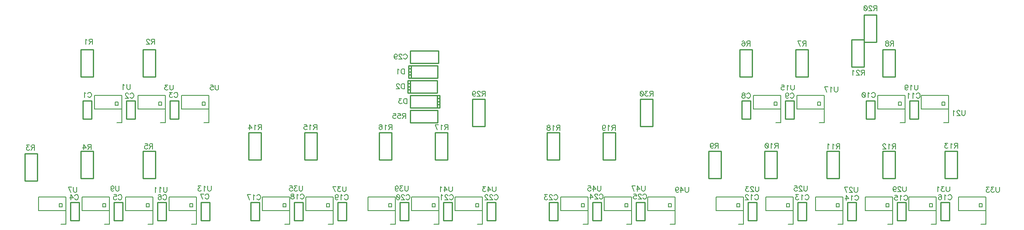
<source format=gbo>
G04*
G04  File:            NCORDA11.GBO, Tue Mar 30 20:23:34 2021*
G04  Source:          P-CAD 2002 PCB, Version 17.01.22, (C:\Users\David Forbes\Documents\Designs\Nixie\CorvairDash\NCORDA11.PCB)*
G04  Format:          Gerber Format (RS-274-D), ASCII*
G04*
G04  Format Options:  Absolute Positioning*
G04                   Leading-Zero Suppression*
G04                   Scale Factor 1:1*
G04                   NO Circular Interpolation*
G04                   Inch Units*
G04                   Numeric Format: 4.4 (XXXX.XXXX)*
G04                   G54 Used for Aperture Change*
G04                   Apertures Embedded*
G04*
G04  File Options:    Offset = (0.0mil,0.0mil)*
G04                   Drill Symbol Size = 80.0mil*
G04                   No Pad/Via Holes*
G04*
G04  File Contents:   No Pads*
G04                   No Vias*
G04                   Designators*
G04                   No Types*
G04                   Values*
G04                   No Drill Symbols*
G04                   Bot Silk*
G04*
%INNCORDA11.GBO*%
%ICAS*%
%MOIN*%
G04*
G04  Aperture MACROs for general use --- invoked via D-code assignment *
G04*
G04  General MACRO for flashed round with rotation and/or offset hole *
%AMROTOFFROUND*
1,1,$1,0.0000,0.0000*
1,0,$2,$3,$4*%
G04*
G04  General MACRO for flashed oval (obround) with rotation and/or offset hole *
%AMROTOFFOVAL*
21,1,$1,$2,0.0000,0.0000,$3*
1,1,$4,$5,$6*
1,1,$4,0-$5,0-$6*
1,0,$7,$8,$9*%
G04*
G04  General MACRO for flashed oval (obround) with rotation and no hole *
%AMROTOVALNOHOLE*
21,1,$1,$2,0.0000,0.0000,$3*
1,1,$4,$5,$6*
1,1,$4,0-$5,0-$6*%
G04*
G04  General MACRO for flashed rectangle with rotation and/or offset hole *
%AMROTOFFRECT*
21,1,$1,$2,0.0000,0.0000,$3*
1,0,$4,$5,$6*%
G04*
G04  General MACRO for flashed rectangle with rotation and no hole *
%AMROTRECTNOHOLE*
21,1,$1,$2,0.0000,0.0000,$3*%
G04*
G04  General MACRO for flashed rounded-rectangle *
%AMROUNDRECT*
21,1,$1,$2-$4,0.0000,0.0000,$3*
21,1,$1-$4,$2,0.0000,0.0000,$3*
1,1,$4,$5,$6*
1,1,$4,$7,$8*
1,1,$4,0-$5,0-$6*
1,1,$4,0-$7,0-$8*
1,0,$9,$10,$11*%
G04*
G04  General MACRO for flashed rounded-rectangle with rotation and no hole *
%AMROUNDRECTNOHOLE*
21,1,$1,$2-$4,0.0000,0.0000,$3*
21,1,$1-$4,$2,0.0000,0.0000,$3*
1,1,$4,$5,$6*
1,1,$4,$7,$8*
1,1,$4,0-$5,0-$6*
1,1,$4,0-$7,0-$8*%
G04*
G04  General MACRO for flashed regular polygon *
%AMREGPOLY*
5,1,$1,0.0000,0.0000,$2,$3+$4*
1,0,$5,$6,$7*%
G04*
G04  General MACRO for flashed regular polygon with no hole *
%AMREGPOLYNOHOLE*
5,1,$1,0.0000,0.0000,$2,$3+$4*%
G04*
G04  General MACRO for target *
%AMTARGET*
6,0,0,$1,$2,$3,4,$4,$5,$6*%
G04*
G04  General MACRO for mounting hole *
%AMMTHOLE*
1,1,$1,0,0*
1,0,$2,0,0*
$1=$1-$2*
$1=$1/2*
21,1,$2+$1,$3,0,0,$4*
21,1,$3,$2+$1,0,0,$4*%
G04*
G04*
G04  D10 : "Ellipse X10.0mil Y10.0mil H0.0mil 0.0deg (0.0mil,0.0mil) Draw"*
G04  Disc: OuterDia=0.0100*
%ADD10C, 0.0100*%
G04  D11 : "Ellipse X15.0mil Y15.0mil H0.0mil 0.0deg (0.0mil,0.0mil) Draw"*
G04  Disc: OuterDia=0.0150*
%ADD11C, 0.0150*%
G04  D12 : "Ellipse X20.0mil Y20.0mil H0.0mil 0.0deg (0.0mil,0.0mil) Draw"*
G04  Disc: OuterDia=0.0200*
%ADD12C, 0.0200*%
G04  D13 : "Ellipse X50.0mil Y50.0mil H0.0mil 0.0deg (0.0mil,0.0mil) Draw"*
G04  Disc: OuterDia=0.0500*
%ADD13C, 0.0500*%
G04  D14 : "Ellipse X6.0mil Y6.0mil H0.0mil 0.0deg (0.0mil,0.0mil) Draw"*
G04  Disc: OuterDia=0.0060*
%ADD14C, 0.0060*%
G04  D15 : "Ellipse X8.0mil Y8.0mil H0.0mil 0.0deg (0.0mil,0.0mil) Draw"*
G04  Disc: OuterDia=0.0080*
%ADD15C, 0.0080*%
G04  D16 : "Ellipse X250.0mil Y250.0mil H0.0mil 0.0deg (0.0mil,0.0mil) Flash"*
G04  Disc: OuterDia=0.2500*
%ADD16C, 0.2500*%
G04  D17 : "Ellipse X255.0mil Y255.0mil H0.0mil 0.0deg (0.0mil,0.0mil) Flash"*
G04  Disc: OuterDia=0.2550*
%ADD17C, 0.2550*%
G04  D18 : "Ellipse X50.0mil Y50.0mil H0.0mil 0.0deg (0.0mil,0.0mil) Flash"*
G04  Disc: OuterDia=0.0500*
%ADD18C, 0.0500*%
G04  D19 : "Ellipse X55.0mil Y55.0mil H0.0mil 0.0deg (0.0mil,0.0mil) Flash"*
G04  Disc: OuterDia=0.0550*
%ADD19C, 0.0550*%
G04  D20 : "Ellipse X60.0mil Y60.0mil H0.0mil 0.0deg (0.0mil,0.0mil) Flash"*
G04  Disc: OuterDia=0.0600*
%ADD20C, 0.0600*%
G04  D21 : "Ellipse X65.0mil Y65.0mil H0.0mil 0.0deg (0.0mil,0.0mil) Flash"*
G04  Disc: OuterDia=0.0650*
%ADD21C, 0.0650*%
G04  D22 : "Ellipse X70.0mil Y70.0mil H0.0mil 0.0deg (0.0mil,0.0mil) Flash"*
G04  Disc: OuterDia=0.0700*
%ADD22C, 0.0700*%
G04  D23 : "Ellipse X75.0mil Y75.0mil H0.0mil 0.0deg (0.0mil,0.0mil) Flash"*
G04  Disc: OuterDia=0.0750*
%ADD23C, 0.0750*%
G04  D24 : "Rectangle X0.1mil Y0.1mil H0.0mil 0.0deg (0.0mil,0.0mil) Flash"*
G04  Square: Side=0.0001, Rotation=0.0, OffsetX=0.0000, OffsetY=0.0000, HoleDia=0.0000*
%ADD24R, 0.0001 X0.0001*%
G04  D25 : "Rectangle X40.0mil Y40.0mil H0.0mil 0.0deg (0.0mil,0.0mil) Flash"*
G04  Square: Side=0.0400, Rotation=0.0, OffsetX=0.0000, OffsetY=0.0000, HoleDia=0.0000*
%ADD25R, 0.0400 X0.0400*%
G04  D26 : "Rectangle X45.0mil Y45.0mil H0.0mil 0.0deg (0.0mil,0.0mil) Flash"*
G04  Square: Side=0.0450, Rotation=0.0, OffsetX=0.0000, OffsetY=0.0000, HoleDia=0.0000*
%ADD26R, 0.0450 X0.0450*%
G04  D27 : "Rectangle X5.1mil Y5.1mil H0.0mil 0.0deg (0.0mil,0.0mil) Flash"*
G04  Square: Side=0.0051, Rotation=0.0, OffsetX=0.0000, OffsetY=0.0000, HoleDia=0.0000*
%ADD27R, 0.0051 X0.0051*%
G04  D28 : "Rectangle X50.0mil Y50.0mil H0.0mil 0.0deg (0.0mil,0.0mil) Flash"*
G04  Square: Side=0.0500, Rotation=0.0, OffsetX=0.0000, OffsetY=0.0000, HoleDia=0.0000*
%ADD28R, 0.0500 X0.0500*%
G04  D29 : "Rectangle X55.0mil Y55.0mil H0.0mil 0.0deg (0.0mil,0.0mil) Flash"*
G04  Square: Side=0.0550, Rotation=0.0, OffsetX=0.0000, OffsetY=0.0000, HoleDia=0.0000*
%ADD29R, 0.0550 X0.0550*%
G04  D30 : "Rectangle X60.0mil Y60.0mil H0.0mil 0.0deg (0.0mil,0.0mil) Flash"*
G04  Square: Side=0.0600, Rotation=0.0, OffsetX=0.0000, OffsetY=0.0000, HoleDia=0.0000*
%ADD30R, 0.0600 X0.0600*%
G04  D31 : "Rectangle X64.0mil Y64.0mil H0.0mil 0.0deg (0.0mil,0.0mil) Flash"*
G04  Square: Side=0.0640, Rotation=0.0, OffsetX=0.0000, OffsetY=0.0000, HoleDia=0.0000*
%ADD31R, 0.0640 X0.0640*%
G04  D32 : "Rectangle X65.0mil Y65.0mil H0.0mil 0.0deg (0.0mil,0.0mil) Flash"*
G04  Square: Side=0.0650, Rotation=0.0, OffsetX=0.0000, OffsetY=0.0000, HoleDia=0.0000*
%ADD32R, 0.0650 X0.0650*%
G04  D33 : "Rectangle X14.0mil Y66.0mil H0.0mil 0.0deg (0.0mil,0.0mil) Flash"*
G04  Rectangular: DimX=0.0140, DimY=0.0660, Rotation=0.0, OffsetX=0.0000, OffsetY=0.0000, HoleDia=0.0000 *
%ADD33R, 0.0140 X0.0660*%
G04  D34 : "Rectangle X69.0mil Y69.0mil H0.0mil 0.0deg (0.0mil,0.0mil) Flash"*
G04  Square: Side=0.0690, Rotation=0.0, OffsetX=0.0000, OffsetY=0.0000, HoleDia=0.0000*
%ADD34R, 0.0690 X0.0690*%
G04  D35 : "Rectangle X19.0mil Y71.0mil H0.0mil 0.0deg (0.0mil,0.0mil) Flash"*
G04  Rectangular: DimX=0.0190, DimY=0.0710, Rotation=0.0, OffsetX=0.0000, OffsetY=0.0000, HoleDia=0.0000 *
%ADD35R, 0.0190 X0.0710*%
G04  D36 : "Rectangle X80.0mil Y26.0mil H0.0mil 0.0deg (0.0mil,0.0mil) Flash"*
G04  Rectangular: DimX=0.0800, DimY=0.0260, Rotation=0.0, OffsetX=0.0000, OffsetY=0.0000, HoleDia=0.0000 *
%ADD36R, 0.0800 X0.0260*%
G04  D37 : "Rectangle X85.0mil Y31.0mil H0.0mil 0.0deg (0.0mil,0.0mil) Flash"*
G04  Rectangular: DimX=0.0850, DimY=0.0310, Rotation=0.0, OffsetX=0.0000, OffsetY=0.0000, HoleDia=0.0000 *
%ADD37R, 0.0850 X0.0310*%
G04  D38 : "Ellipse X30.0mil Y30.0mil H0.0mil 0.0deg (0.0mil,0.0mil) Flash"*
G04  Disc: OuterDia=0.0300*
%ADD38C, 0.0300*%
G04  D39 : "Ellipse X35.0mil Y35.0mil H0.0mil 0.0deg (0.0mil,0.0mil) Flash"*
G04  Disc: OuterDia=0.0350*
%ADD39C, 0.0350*%
G04*
%FSLAX44Y44*%
%SFA1B1*%
%OFA0.0000B0.0000*%
G04*
G70*
G90*
G01*
D2*
%LNBot Silk*%
G54D10*
X21150Y43850*
X21850D1*
X21150Y42400D2*
X21850D1*
Y43850D2*
Y42400D1*
X21150D2*
Y43850D1*
D2*
G54D14*
G54D10*
G54D14*
X21498Y44380*
X21517Y44419D1*
X21556Y44458*
X21595Y44478*
X21674*
X21713Y44458*
X21752Y44419*
X21771Y44380*
X21791Y44321*
Y44224*
X21771Y44165*
X21752Y44126*
X21713Y44087*
X21674Y44067*
X21595*
X21556Y44087*
X21517Y44126*
X21498Y44165*
X21146Y44478D2*
X21341D1*
X21361Y44302*
X21341Y44321*
X21283Y44341*
X21224*
X21166Y44321*
X21127Y44282*
X21107Y44224*
Y44184*
X21127Y44126*
X21166Y44087*
X21224Y44067*
X21283*
X21341Y44087*
X21361Y44106*
X21381Y44145*
D2*
G54D10*
X24650Y43850*
X25350D1*
X24650Y42400D2*
X25350D1*
Y43850D2*
Y42400D1*
X24650D2*
Y43850D1*
D2*
G54D14*
G54D10*
G54D14*
X25098Y44380*
X25117Y44419D1*
X25156Y44458*
X25195Y44478*
X25274*
X25313Y44458*
X25352Y44419*
X25371Y44380*
X25391Y44321*
Y44224*
X25371Y44165*
X25352Y44126*
X25313Y44087*
X25274Y44067*
X25195*
X25156Y44087*
X25117Y44126*
X25098Y44165*
X24727Y44419D2*
X24746Y44458D1*
X24805Y44478*
X24844*
X24902Y44458*
X24941Y44399*
X24961Y44302*
Y44204*
X24941Y44126*
X24902Y44087*
X24844Y44067*
X24824*
X24766Y44087*
X24727Y44126*
X24707Y44184*
Y44204*
X24727Y44263*
X24766Y44302*
X24824Y44321*
X24844*
X24902Y44302*
X24941Y44263*
X24961Y44204*
D2*
G54D10*
X28150Y43850*
X28850D1*
X28150Y42400D2*
X28850D1*
Y43850D2*
Y42400D1*
X28150D2*
Y43850D1*
D2*
G54D14*
G54D10*
G54D14*
X28498Y44430*
X28517Y44469D1*
X28556Y44508*
X28595Y44528*
X28674*
X28713Y44508*
X28752Y44469*
X28771Y44430*
X28791Y44371*
Y44274*
X28771Y44215*
X28752Y44176*
X28713Y44137*
X28674Y44117*
X28595*
X28556Y44137*
X28517Y44176*
X28498Y44215*
X28302Y44117D2*
X28107Y44528D1*
X28381*
D2*
G54D10*
X76150Y43850*
X76850D1*
X76150Y42400D2*
X76850D1*
Y43850D2*
Y42400D1*
X76150D2*
Y43850D1*
D2*
G54D14*
G54D10*
G54D14*
X76751Y44376*
X76770Y44415D1*
X76809Y44454*
X76848Y44473*
X76925*
X76964Y44454*
X77003Y44415*
X77022Y44376*
X77041Y44318*
Y44221*
X77022Y44163*
X77003Y44124*
X76964Y44085*
X76925Y44066*
X76848*
X76809Y44085*
X76770Y44124*
X76751Y44163*
X76576Y44396D2*
X76537Y44415D1*
X76479Y44473*
Y44066*
X76208Y44473D2*
X75995D1*
X76111Y44318*
X76053*
X76014Y44299*
X75995Y44279*
X75975Y44221*
Y44182*
X75995Y44124*
X76034Y44085*
X76092Y44066*
X76150*
X76208Y44085*
X76227Y44105*
X76247Y44144*
D2*
G54D10*
X87650Y43850*
X88350D1*
X87650Y42400D2*
X88350D1*
Y43850D2*
Y42400D1*
X87650D2*
Y43850D1*
D2*
G54D14*
G54D10*
G54D14*
X88251Y44376*
X88270Y44415D1*
X88309Y44454*
X88348Y44473*
X88425*
X88464Y44454*
X88503Y44415*
X88522Y44376*
X88541Y44318*
Y44221*
X88522Y44163*
X88503Y44124*
X88464Y44085*
X88425Y44066*
X88348*
X88309Y44085*
X88270Y44124*
X88251Y44163*
X88076Y44396D2*
X88037Y44415D1*
X87979Y44473*
Y44066*
X87495Y44415D2*
X87514Y44454D1*
X87572Y44473*
X87611*
X87669Y44454*
X87708Y44396*
X87727Y44299*
Y44202*
X87708Y44124*
X87669Y44085*
X87611Y44066*
X87592*
X87534Y44085*
X87495Y44124*
X87475Y44182*
Y44202*
X87495Y44260*
X87534Y44299*
X87592Y44318*
X87611*
X87669Y44299*
X87708Y44260*
X87727Y44202*
D2*
G54D10*
X19500Y48000*
Y45800D1*
X18500D2*
Y48000D1*
X19500*
Y45800D2*
X18500D1*
D2*
G54D14*
X19321Y48332*
X19145D1*
X19087Y48352*
X19067Y48371*
X19048Y48410*
Y48449*
X19067Y48488*
X19087Y48508*
X19145Y48528*
X19321*
Y48117*
X19185Y48332D2*
X19048Y48117D1*
X18735D2*
Y48528D1*
X18931Y48254*
X18637*
D2*
G54D10*
X18650Y52050*
X19350D1*
X18650Y50600D2*
X19350D1*
Y52050D2*
Y50600D1*
X18650D2*
Y52050D1*
D2*
G54D14*
G54D10*
G54D14*
X19048Y52630*
X19067Y52669D1*
X19106Y52708*
X19145Y52728*
X19224*
X19263Y52708*
X19302Y52669*
X19321Y52630*
X19341Y52571*
Y52474*
X19321Y52415*
X19302Y52376*
X19263Y52337*
X19224Y52317*
X19145*
X19106Y52337*
X19067Y52376*
X19048Y52415*
X18872Y52649D2*
X18833Y52669D1*
X18774Y52728*
Y52317*
D2*
G54D10*
X18500Y54000*
Y56200D1*
X19500D2*
Y54000D1*
X18500*
Y56200D2*
X19500D1*
D2*
G54D14*
X19421Y56832*
X19245D1*
X19187Y56852*
X19167Y56871*
X19148Y56910*
Y56949*
X19167Y56988*
X19187Y57008*
X19245Y57028*
X19421*
Y56617*
X19285Y56832D2*
X19148Y56617D1*
X18972Y56949D2*
X18933Y56969D1*
X18874Y57028*
Y56617*
D2*
G54D10*
X22150Y52050*
X22850D1*
X22150Y50600D2*
X22850D1*
Y52050D2*
Y50600D1*
X22150D2*
Y52050D1*
D2*
G54D14*
G54D10*
G54D14*
X22448Y52580*
X22467Y52619D1*
X22506Y52658*
X22545Y52678*
X22624*
X22663Y52658*
X22702Y52619*
X22721Y52580*
X22741Y52521*
Y52424*
X22721Y52365*
X22702Y52326*
X22663Y52287*
X22624Y52267*
X22545*
X22506Y52287*
X22467Y52326*
X22448Y52365*
X22311Y52580D2*
Y52599D1*
X22291Y52638*
X22272Y52658*
X22233Y52678*
X22155*
X22116Y52658*
X22096Y52638*
X22077Y52599*
Y52560*
X22096Y52521*
X22135Y52463*
X22331Y52267*
X22057*
D2*
G54D10*
X25650Y52050*
X26350D1*
X25650Y50600D2*
X26350D1*
Y52050D2*
Y50600D1*
X25650D2*
Y52050D1*
D2*
G54D14*
G54D10*
G54D14*
X25998Y52630*
X26017Y52669D1*
X26056Y52708*
X26095Y52728*
X26174*
X26213Y52708*
X26252Y52669*
X26271Y52630*
X26291Y52571*
Y52474*
X26271Y52415*
X26252Y52376*
X26213Y52337*
X26174Y52317*
X26095*
X26056Y52337*
X26017Y52376*
X25998Y52415*
X25841Y52728D2*
X25627D1*
X25744Y52571*
X25685*
X25646Y52552*
X25627Y52532*
X25607Y52474*
Y52434*
X25627Y52376*
X25666Y52337*
X25724Y52317*
X25783*
X25841Y52337*
X25861Y52356*
X25881Y52395*
D2*
G54D10*
X63500Y50000*
Y52200D1*
X64500D2*
Y50000D1*
X63500*
Y52200D2*
X64500D1*
D2*
G54D14*
X64522Y52629*
X64348D1*
X64289Y52649*
X64270Y52668*
X64251Y52707*
Y52746*
X64270Y52784*
X64289Y52804*
X64348Y52823*
X64522*
Y52416*
X64386Y52629D2*
X64251Y52416D1*
X64096Y52823D2*
X63882D1*
X63999Y52668*
X63941*
X63902Y52649*
X63882Y52629*
X63863Y52571*
Y52532*
X63882Y52474*
X63921Y52435*
X63979Y52416*
X64037*
X64096Y52435*
X64115Y52455*
X64134Y52494*
X63630Y52823D2*
X63689Y52804D1*
X63727Y52746*
X63747Y52649*
Y52591*
X63727Y52494*
X63689Y52435*
X63630Y52416*
X63592*
X63534Y52435*
X63495Y52494*
X63475Y52591*
Y52649*
X63495Y52746*
X63534Y52804*
X63592Y52823*
X63630*
X63495Y52746D2*
X63727Y52494D1*
D2*
G54D10*
X74500Y48000*
Y45800D1*
X73500D2*
Y48000D1*
X74500*
Y45800D2*
X73500D1*
D2*
G54D14*
X74572Y48429*
X74398D1*
X74339Y48449*
X74320Y48468*
X74301Y48507*
Y48546*
X74320Y48584*
X74339Y48604*
X74398Y48623*
X74572*
Y48216*
X74436Y48429D2*
X74301Y48216D1*
X74126Y48546D2*
X74087Y48565D1*
X74029Y48623*
Y48216*
X73680Y48623D2*
X73739Y48604D1*
X73777Y48546*
X73797Y48449*
Y48391*
X73777Y48294*
X73739Y48235*
X73680Y48216*
X73642*
X73584Y48235*
X73545Y48294*
X73525Y48391*
Y48449*
X73545Y48546*
X73584Y48604*
X73642Y48623*
X73680*
X73545Y48546D2*
X73777Y48294D1*
D2*
G54D10*
X76000Y54000*
Y56200D1*
X77000D2*
Y54000D1*
X76000*
Y56200D2*
X77000D1*
D2*
G54D14*
X76821Y56682*
X76645D1*
X76587Y56702*
X76567Y56721*
X76548Y56760*
Y56799*
X76567Y56838*
X76587Y56858*
X76645Y56878*
X76821*
Y56467*
X76685Y56682D2*
X76548Y56467D1*
X76352D2*
X76157Y56878D1*
X76431*
D2*
G54D10*
X75150Y52050*
X75850D1*
X75150Y50600D2*
X75850D1*
Y52050D2*
Y50600D1*
X75150D2*
Y52050D1*
D2*
G54D14*
G54D10*
G54D14*
X75548Y52580*
X75567Y52619D1*
X75606Y52658*
X75645Y52678*
X75724*
X75763Y52658*
X75802Y52619*
X75821Y52580*
X75841Y52521*
Y52424*
X75821Y52365*
X75802Y52326*
X75763Y52287*
X75724Y52267*
X75645*
X75606Y52287*
X75567Y52326*
X75548Y52365*
X75177Y52541D2*
X75196Y52482D1*
X75235Y52443*
X75294Y52424*
X75313*
X75372Y52443*
X75411Y52482*
X75431Y52541*
Y52560*
X75411Y52619*
X75372Y52658*
X75313Y52678*
X75294*
X75235Y52658*
X75196Y52619*
X75177Y52541*
Y52443*
X75196Y52345*
X75235Y52287*
X75294Y52267*
X75333*
X75391Y52287*
X75411Y52326*
D2*
G54D10*
X79500Y48000*
Y45800D1*
X78500D2*
Y48000D1*
X79500*
Y45800D2*
X78500D1*
D2*
G54D14*
X79522Y48379*
X79348D1*
X79289Y48399*
X79270Y48418*
X79251Y48457*
Y48496*
X79270Y48534*
X79289Y48554*
X79348Y48573*
X79522*
Y48166*
X79386Y48379D2*
X79251Y48166D1*
X79076Y48496D2*
X79037Y48515D1*
X78979Y48573*
Y48166*
X78689Y48496D2*
X78650Y48515D1*
X78592Y48573*
Y48166*
D2*
G54D10*
X82500Y59000*
Y56800D1*
X81500D2*
Y59000D1*
X82500*
Y56800D2*
X81500D1*
D2*
G54D14*
X82522Y59529*
X82348D1*
X82289Y59549*
X82270Y59568*
X82251Y59607*
Y59646*
X82270Y59684*
X82289Y59704*
X82348Y59723*
X82522*
Y59316*
X82386Y59529D2*
X82251Y59316D1*
X82115Y59626D2*
Y59646D1*
X82096Y59684*
X82076Y59704*
X82037Y59723*
X81960*
X81921Y59704*
X81902Y59684*
X81882Y59646*
Y59607*
X81902Y59568*
X81941Y59510*
X82134Y59316*
X81863*
X81630Y59723D2*
X81689Y59704D1*
X81727Y59646*
X81747Y59549*
Y59491*
X81727Y59394*
X81689Y59335*
X81630Y59316*
X81592*
X81534Y59335*
X81495Y59394*
X81475Y59491*
Y59549*
X81495Y59646*
X81534Y59704*
X81592Y59723*
X81630*
X81495Y59646D2*
X81727Y59394D1*
D2*
G54D10*
X81650Y52050*
X82350D1*
X81650Y50600D2*
X82350D1*
Y52050D2*
Y50600D1*
X81650D2*
Y52050D1*
D2*
G54D14*
G54D10*
G54D14*
X82101Y52626*
X82120Y52665D1*
X82159Y52704*
X82198Y52723*
X82275*
X82314Y52704*
X82353Y52665*
X82372Y52626*
X82391Y52568*
Y52471*
X82372Y52413*
X82353Y52374*
X82314Y52335*
X82275Y52316*
X82198*
X82159Y52335*
X82120Y52374*
X82101Y52413*
X81926Y52646D2*
X81887Y52665D1*
X81829Y52723*
Y52316*
X81480Y52723D2*
X81539Y52704D1*
X81577Y52646*
X81597Y52549*
Y52491*
X81577Y52394*
X81539Y52335*
X81480Y52316*
X81442*
X81384Y52335*
X81345Y52394*
X81325Y52491*
Y52549*
X81345Y52646*
X81384Y52704*
X81442Y52723*
X81480*
X81345Y52646D2*
X81577Y52394D1*
D2*
G54D10*
X85150Y52050*
X85850D1*
X85150Y50600D2*
X85850D1*
Y52050D2*
Y50600D1*
X85150D2*
Y52050D1*
D2*
G54D14*
G54D10*
G54D14*
X85701Y52576*
X85720Y52615D1*
X85759Y52654*
X85798Y52673*
X85875*
X85914Y52654*
X85953Y52615*
X85972Y52576*
X85991Y52518*
Y52421*
X85972Y52363*
X85953Y52324*
X85914Y52285*
X85875Y52266*
X85798*
X85759Y52285*
X85720Y52324*
X85701Y52363*
X85526Y52596D2*
X85487Y52615D1*
X85429Y52673*
Y52266*
X85139Y52596D2*
X85100Y52615D1*
X85042Y52673*
Y52266*
D2*
G54D10*
X89000Y48000*
Y45800D1*
X88000D2*
Y48000D1*
X89000*
Y45800D2*
X88000D1*
D2*
G54D14*
X89022Y48429*
X88848D1*
X88789Y48449*
X88770Y48468*
X88751Y48507*
Y48546*
X88770Y48584*
X88789Y48604*
X88848Y48623*
X89022*
Y48216*
X88886Y48429D2*
X88751Y48216D1*
X88576Y48546D2*
X88537Y48565D1*
X88479Y48623*
Y48216*
X88208Y48623D2*
X87995D1*
X88111Y48468*
X88053*
X88014Y48449*
X87995Y48429*
X87975Y48371*
Y48332*
X87995Y48274*
X88034Y48235*
X88092Y48216*
X88150*
X88208Y48235*
X88227Y48255*
X88247Y48294*
D2*
G54D10*
X37500Y49500*
Y47300D1*
X36500D2*
Y49500D1*
X37500*
Y47300D2*
X36500D1*
D2*
G54D14*
X37472Y49929*
X37298D1*
X37239Y49949*
X37220Y49968*
X37201Y50007*
Y50046*
X37220Y50084*
X37239Y50104*
X37298Y50123*
X37472*
Y49716*
X37336Y49929D2*
X37201Y49716D1*
X37026Y50046D2*
X36987Y50065D1*
X36929Y50123*
Y49716*
X36464Y50123D2*
X36658D1*
X36677Y49949*
X36658Y49968*
X36600Y49987*
X36542*
X36484Y49968*
X36445Y49929*
X36425Y49871*
Y49832*
X36445Y49774*
X36484Y49735*
X36542Y49716*
X36600*
X36658Y49735*
X36677Y49755*
X36697Y49794*
D2*
G54D10*
X43500Y49500*
Y47300D1*
X42500D2*
Y49500D1*
X43500*
Y47300D2*
X42500D1*
D2*
G54D14*
X43522Y49929*
X43348D1*
X43289Y49949*
X43270Y49968*
X43251Y50007*
Y50046*
X43270Y50084*
X43289Y50104*
X43348Y50123*
X43522*
Y49716*
X43386Y49929D2*
X43251Y49716D1*
X43076Y50046D2*
X43037Y50065D1*
X42979Y50123*
Y49716*
X42495Y50065D2*
X42514Y50104D1*
X42572Y50123*
X42611*
X42669Y50104*
X42708Y50046*
X42727Y49949*
Y49852*
X42708Y49774*
X42669Y49735*
X42611Y49716*
X42592*
X42534Y49735*
X42495Y49774*
X42475Y49832*
Y49852*
X42495Y49910*
X42534Y49949*
X42592Y49968*
X42611*
X42669Y49949*
X42708Y49910*
X42727Y49852*
D2*
G54D10*
X61500Y49500*
Y47300D1*
X60500D2*
Y49500D1*
X61500*
Y47300D2*
X60500D1*
D2*
G54D14*
X61472Y49879*
X61298D1*
X61239Y49899*
X61220Y49918*
X61201Y49957*
Y49996*
X61220Y50034*
X61239Y50054*
X61298Y50073*
X61472*
Y49666*
X61336Y49879D2*
X61201Y49666D1*
X61026Y49996D2*
X60987Y50015D1*
X60929Y50073*
Y49666*
X60445Y49937D2*
X60464Y49879D1*
X60503Y49841*
X60561Y49821*
X60580*
X60639Y49841*
X60677Y49879*
X60697Y49937*
Y49957*
X60677Y50015*
X60639Y50054*
X60580Y50073*
X60561*
X60503Y50054*
X60464Y50015*
X60445Y49937*
Y49841*
X60464Y49744*
X60503Y49685*
X60561Y49666*
X60600*
X60658Y49685*
X60677Y49724*
D2*
G54D10*
X17650Y43850*
X18350D1*
X17650Y42400D2*
X18350D1*
Y43850D2*
Y42400D1*
X17650D2*
Y43850D1*
D2*
G54D14*
G54D10*
G54D14*
X17998Y44380*
X18017Y44419D1*
X18056Y44458*
X18095Y44478*
X18174*
X18213Y44458*
X18252Y44419*
X18271Y44380*
X18291Y44321*
Y44224*
X18271Y44165*
X18252Y44126*
X18213Y44087*
X18174Y44067*
X18095*
X18056Y44087*
X18017Y44126*
X17998Y44165*
X17685Y44067D2*
Y44478D1*
X17881Y44204*
X17587*
D2*
G54D10*
X32150Y43850*
X32850D1*
X32150Y42400D2*
X32850D1*
Y43850D2*
Y42400D1*
X32150D2*
Y43850D1*
D2*
G54D14*
G54D10*
G54D14*
X32651Y44376*
X32670Y44415D1*
X32709Y44454*
X32748Y44473*
X32825*
X32864Y44454*
X32903Y44415*
X32922Y44376*
X32941Y44318*
Y44221*
X32922Y44163*
X32903Y44124*
X32864Y44085*
X32825Y44066*
X32748*
X32709Y44085*
X32670Y44124*
X32651Y44163*
X32476Y44396D2*
X32437Y44415D1*
X32379Y44473*
Y44066*
X32069D2*
X31875Y44473D1*
X32147*
D2*
G54D10*
X35650Y43850*
X36350D1*
X35650Y42400D2*
X36350D1*
Y43850D2*
Y42400D1*
X35650D2*
Y43850D1*
D2*
G54D14*
G54D10*
G54D14*
X36151Y44426*
X36170Y44465D1*
X36209Y44504*
X36248Y44523*
X36325*
X36364Y44504*
X36403Y44465*
X36422Y44426*
X36441Y44368*
Y44271*
X36422Y44213*
X36403Y44174*
X36364Y44135*
X36325Y44116*
X36248*
X36209Y44135*
X36170Y44174*
X36151Y44213*
X35976Y44446D2*
X35937Y44465D1*
X35879Y44523*
Y44116*
X35550Y44523D2*
X35608Y44504D1*
X35627Y44465*
Y44426*
X35608Y44387*
X35569Y44368*
X35492Y44349*
X35434Y44329*
X35395Y44291*
X35375Y44252*
Y44194*
X35395Y44155*
X35414Y44135*
X35472Y44116*
X35550*
X35608Y44135*
X35627Y44155*
X35647Y44194*
Y44252*
X35627Y44291*
X35589Y44329*
X35530Y44349*
X35453Y44368*
X35414Y44387*
X35395Y44426*
Y44465*
X35414Y44504*
X35472Y44523*
X35550*
D2*
G54D10*
X39150Y43850*
X39850D1*
X39150Y42400D2*
X39850D1*
Y43850D2*
Y42400D1*
X39150D2*
Y43850D1*
D2*
G54D14*
G54D10*
G54D14*
X39701Y44376*
X39720Y44415D1*
X39759Y44454*
X39798Y44473*
X39875*
X39914Y44454*
X39953Y44415*
X39972Y44376*
X39991Y44318*
Y44221*
X39972Y44163*
X39953Y44124*
X39914Y44085*
X39875Y44066*
X39798*
X39759Y44085*
X39720Y44124*
X39701Y44163*
X39526Y44396D2*
X39487Y44415D1*
X39429Y44473*
Y44066*
X38945Y44337D2*
X38964Y44279D1*
X39003Y44241*
X39061Y44221*
X39080*
X39139Y44241*
X39177Y44279*
X39197Y44337*
Y44357*
X39177Y44415*
X39139Y44454*
X39080Y44473*
X39061*
X39003Y44454*
X38964Y44415*
X38945Y44337*
Y44241*
X38964Y44144*
X39003Y44085*
X39061Y44066*
X39100*
X39158Y44085*
X39177Y44124*
D2*
G54D10*
X44150Y43850*
X44850D1*
X44150Y42400D2*
X44850D1*
Y43850D2*
Y42400D1*
X44150D2*
Y43850D1*
D2*
G54D14*
G54D10*
G54D14*
X44651Y44376*
X44670Y44415D1*
X44709Y44454*
X44748Y44473*
X44825*
X44864Y44454*
X44903Y44415*
X44922Y44376*
X44941Y44318*
Y44221*
X44922Y44163*
X44903Y44124*
X44864Y44085*
X44825Y44066*
X44748*
X44709Y44085*
X44670Y44124*
X44651Y44163*
X44515Y44376D2*
Y44396D1*
X44496Y44434*
X44476Y44454*
X44437Y44473*
X44360*
X44321Y44454*
X44302Y44434*
X44282Y44396*
Y44357*
X44302Y44318*
X44341Y44260*
X44534Y44066*
X44263*
X44030Y44473D2*
X44089Y44454D1*
X44127Y44396*
X44147Y44299*
Y44241*
X44127Y44144*
X44089Y44085*
X44030Y44066*
X43992*
X43934Y44085*
X43895Y44144*
X43875Y44241*
Y44299*
X43895Y44396*
X43934Y44454*
X43992Y44473*
X44030*
X43895Y44396D2*
X44127Y44144D1*
D2*
G54D10*
X47650Y43850*
X48350D1*
X47650Y42400D2*
X48350D1*
Y43850D2*
Y42400D1*
X47650D2*
Y43850D1*
D2*
G54D14*
G54D10*
G54D14*
X48151Y44376*
X48170Y44415D1*
X48209Y44454*
X48248Y44473*
X48325*
X48364Y44454*
X48403Y44415*
X48422Y44376*
X48441Y44318*
Y44221*
X48422Y44163*
X48403Y44124*
X48364Y44085*
X48325Y44066*
X48248*
X48209Y44085*
X48170Y44124*
X48151Y44163*
X48015Y44376D2*
Y44396D1*
X47996Y44434*
X47976Y44454*
X47937Y44473*
X47860*
X47821Y44454*
X47802Y44434*
X47782Y44396*
Y44357*
X47802Y44318*
X47841Y44260*
X48034Y44066*
X47763*
X47589Y44396D2*
X47550Y44415D1*
X47492Y44473*
Y44066*
D2*
G54D10*
X47150Y51750*
X47350D1*
Y51500D2*
X45000D1*
X47150Y52250D2*
X47350D1*
X45000Y52500D2*
X47350D1*
X47150Y52000D2*
X47350D1*
X47150Y52500D2*
Y51500D1*
X47350D2*
Y52500D1*
X45000Y51500D2*
Y52500D1*
D2*
G54D14*
X44721Y52228*
Y51817D1*
X44585*
X44526Y51837*
X44487Y51876*
X44467Y51915*
X44448Y51974*
Y52071*
X44467Y52130*
X44487Y52169*
X44526Y52208*
X44585Y52228*
X44721*
X44291D2*
X44077D1*
X44194Y52071*
X44135*
X44096Y52052*
X44077Y52032*
X44057Y51974*
Y51934*
X44077Y51876*
X44116Y51837*
X44174Y51817*
X44233*
X44291Y51837*
X44311Y51856*
X44331Y51895*
D2*
G54D10*
X45000Y53450*
X44800D1*
Y53700D2*
X47150D1*
X45000Y52950D2*
X44800D1*
X47150Y52700D2*
X44800D1*
X45000Y53200D2*
X44800D1*
X45000Y52700D2*
Y53700D1*
X44800D2*
Y52700D1*
X47150Y53700D2*
Y52700D1*
D2*
G54D14*
X44521Y53428*
Y53017D1*
X44385*
X44326Y53037*
X44287Y53076*
X44267Y53115*
X44248Y53174*
Y53271*
X44267Y53330*
X44287Y53369*
X44326Y53408*
X44385Y53428*
X44521*
X44111Y53330D2*
Y53349D1*
X44091Y53388*
X44072Y53408*
X44033Y53428*
X43955*
X43916Y53408*
X43896Y53388*
X43877Y53349*
Y53310*
X43896Y53271*
X43935Y53213*
X44131Y53017*
X43857*
D2*
G54D10*
X47250Y55100*
X45000D1*
Y56100*
X47250*
Y55100*
D2*
G54D14*
X44451Y55726*
X44470Y55765D1*
X44509Y55804*
X44548Y55823*
X44625*
X44664Y55804*
X44703Y55765*
X44722Y55726*
X44741Y55668*
Y55571*
X44722Y55513*
X44703Y55474*
X44664Y55435*
X44625Y55416*
X44548*
X44509Y55435*
X44470Y55474*
X44451Y55513*
X44315Y55726D2*
Y55746D1*
X44296Y55784*
X44276Y55804*
X44237Y55823*
X44160*
X44121Y55804*
X44102Y55784*
X44082Y55746*
Y55707*
X44102Y55668*
X44141Y55610*
X44334Y55416*
X44063*
X43695Y55687D2*
X43714Y55629D1*
X43753Y55591*
X43811Y55571*
X43830*
X43889Y55591*
X43927Y55629*
X43947Y55687*
Y55707*
X43927Y55765*
X43889Y55804*
X43830Y55823*
X43811*
X43753Y55804*
X43714Y55765*
X43695Y55687*
Y55591*
X43714Y55494*
X43753Y55435*
X43811Y55416*
X43850*
X43908Y55435*
X43927Y55474*
D2*
G54D10*
X51150Y43850*
X51850D1*
X51150Y42400D2*
X51850D1*
Y43850D2*
Y42400D1*
X51150D2*
Y43850D1*
D2*
G54D14*
G54D10*
G54D14*
X51751Y44376*
X51770Y44415D1*
X51809Y44454*
X51848Y44473*
X51925*
X51964Y44454*
X52003Y44415*
X52022Y44376*
X52041Y44318*
Y44221*
X52022Y44163*
X52003Y44124*
X51964Y44085*
X51925Y44066*
X51848*
X51809Y44085*
X51770Y44124*
X51751Y44163*
X51615Y44376D2*
Y44396D1*
X51596Y44434*
X51576Y44454*
X51537Y44473*
X51460*
X51421Y44454*
X51402Y44434*
X51382Y44396*
Y44357*
X51402Y44318*
X51441Y44260*
X51634Y44066*
X51363*
X51227Y44376D2*
Y44396D1*
X51208Y44434*
X51189Y44454*
X51150Y44473*
X51072*
X51034Y44454*
X51014Y44434*
X50995Y44396*
Y44357*
X51014Y44318*
X51053Y44260*
X51247Y44066*
X50975*
D2*
G54D10*
X56150Y43850*
X56850D1*
X56150Y42400D2*
X56850D1*
Y43850D2*
Y42400D1*
X56150D2*
Y43850D1*
D2*
G54D14*
G54D10*
G54D14*
X56551Y44376*
X56570Y44415D1*
X56609Y44454*
X56648Y44473*
X56725*
X56764Y44454*
X56803Y44415*
X56822Y44376*
X56841Y44318*
Y44221*
X56822Y44163*
X56803Y44124*
X56764Y44085*
X56725Y44066*
X56648*
X56609Y44085*
X56570Y44124*
X56551Y44163*
X56415Y44376D2*
Y44396D1*
X56396Y44434*
X56376Y44454*
X56337Y44473*
X56260*
X56221Y44454*
X56202Y44434*
X56182Y44396*
Y44357*
X56202Y44318*
X56241Y44260*
X56434Y44066*
X56163*
X56008Y44473D2*
X55795D1*
X55911Y44318*
X55853*
X55814Y44299*
X55795Y44279*
X55775Y44221*
Y44182*
X55795Y44124*
X55834Y44085*
X55892Y44066*
X55950*
X56008Y44085*
X56027Y44105*
X56047Y44144*
D2*
G54D10*
X59650Y43850*
X60350D1*
X59650Y42400D2*
X60350D1*
Y43850D2*
Y42400D1*
X59650D2*
Y43850D1*
D2*
G54D14*
G54D10*
G54D14*
X60201Y44426*
X60220Y44465D1*
X60259Y44504*
X60298Y44523*
X60375*
X60414Y44504*
X60453Y44465*
X60472Y44426*
X60491Y44368*
Y44271*
X60472Y44213*
X60453Y44174*
X60414Y44135*
X60375Y44116*
X60298*
X60259Y44135*
X60220Y44174*
X60201Y44213*
X60065Y44426D2*
Y44446D1*
X60046Y44484*
X60026Y44504*
X59987Y44523*
X59910*
X59871Y44504*
X59852Y44484*
X59832Y44446*
Y44407*
X59852Y44368*
X59891Y44310*
X60084Y44116*
X59813*
X59503D2*
Y44523D1*
X59697Y44252*
X59406*
D2*
G54D10*
X63150Y43850*
X63850D1*
X63150Y42400D2*
X63850D1*
Y43850D2*
Y42400D1*
X63150D2*
Y43850D1*
D2*
G54D14*
G54D10*
G54D14*
X63701Y44426*
X63720Y44465D1*
X63759Y44504*
X63798Y44523*
X63875*
X63914Y44504*
X63953Y44465*
X63972Y44426*
X63991Y44368*
Y44271*
X63972Y44213*
X63953Y44174*
X63914Y44135*
X63875Y44116*
X63798*
X63759Y44135*
X63720Y44174*
X63701Y44213*
X63565Y44426D2*
Y44446D1*
X63546Y44484*
X63526Y44504*
X63487Y44523*
X63410*
X63371Y44504*
X63352Y44484*
X63332Y44446*
Y44407*
X63352Y44368*
X63391Y44310*
X63584Y44116*
X63313*
X62964Y44523D2*
X63158D1*
X63177Y44349*
X63158Y44368*
X63100Y44387*
X63042*
X62984Y44368*
X62945Y44329*
X62925Y44271*
Y44232*
X62945Y44174*
X62984Y44135*
X63042Y44116*
X63100*
X63158Y44135*
X63177Y44155*
X63197Y44194*
D2*
G54D10*
X72150Y43850*
X72850D1*
X72150Y42400D2*
X72850D1*
Y43850D2*
Y42400D1*
X72150D2*
Y43850D1*
D2*
G54D14*
G54D10*
G54D14*
X72701Y44376*
X72720Y44415D1*
X72759Y44454*
X72798Y44473*
X72875*
X72914Y44454*
X72953Y44415*
X72972Y44376*
X72991Y44318*
Y44221*
X72972Y44163*
X72953Y44124*
X72914Y44085*
X72875Y44066*
X72798*
X72759Y44085*
X72720Y44124*
X72701Y44163*
X72526Y44396D2*
X72487Y44415D1*
X72429Y44473*
Y44066*
X72177Y44376D2*
Y44396D1*
X72158Y44434*
X72139Y44454*
X72100Y44473*
X72022*
X71984Y44454*
X71964Y44434*
X71945Y44396*
Y44357*
X71964Y44318*
X72003Y44260*
X72197Y44066*
X71925*
D2*
G54D10*
X80150Y43850*
X80850D1*
X80150Y42400D2*
X80850D1*
Y43850D2*
Y42400D1*
X80150D2*
Y43850D1*
D2*
G54D14*
G54D10*
G54D14*
X80751Y44326*
X80770Y44365D1*
X80809Y44404*
X80848Y44423*
X80925*
X80964Y44404*
X81003Y44365*
X81022Y44326*
X81041Y44268*
Y44171*
X81022Y44113*
X81003Y44074*
X80964Y44035*
X80925Y44016*
X80848*
X80809Y44035*
X80770Y44074*
X80751Y44113*
X80576Y44346D2*
X80537Y44365D1*
X80479Y44423*
Y44016*
X80053D2*
Y44423D1*
X80247Y44152*
X79956*
D2*
G54D10*
X84150Y43850*
X84850D1*
X84150Y42400D2*
X84850D1*
Y43850D2*
Y42400D1*
X84150D2*
Y43850D1*
D2*
G54D14*
G54D10*
G54D14*
X84701Y44326*
X84720Y44365D1*
X84759Y44404*
X84798Y44423*
X84875*
X84914Y44404*
X84953Y44365*
X84972Y44326*
X84991Y44268*
Y44171*
X84972Y44113*
X84953Y44074*
X84914Y44035*
X84875Y44016*
X84798*
X84759Y44035*
X84720Y44074*
X84701Y44113*
X84526Y44346D2*
X84487Y44365D1*
X84429Y44423*
Y44016*
X83964Y44423D2*
X84158D1*
X84177Y44249*
X84158Y44268*
X84100Y44287*
X84042*
X83984Y44268*
X83945Y44229*
X83925Y44171*
Y44132*
X83945Y44074*
X83984Y44035*
X84042Y44016*
X84100*
X84158Y44035*
X84177Y44055*
X84197Y44094*
D2*
G54D15*
X17300Y42100*
X16900D1*
X17300Y43200D2*
Y42100D1*
X16750Y43750D2*
X17000D1*
X17300Y43200D2*
X15100D1*
Y44300D2*
X17300D1*
X15100Y43200D2*
Y44300D1*
X17000Y43500D2*
X16750D1*
Y43750*
X17000D2*
Y43500D1*
X17300Y44300D2*
Y43200D1*
D2*
G54D14*
X18171Y45077*
Y44784D1*
X18152Y44726*
X18113Y44687*
X18054Y44667*
X18015*
X17957Y44687*
X17918Y44726*
X17898Y44784*
Y45077*
X17683Y44667D2*
X17488Y45077D1*
X17761*
D2*
G54D10*
X15000Y47800*
Y45600D1*
X14000D2*
Y47800D1*
X15000*
Y45600D2*
X14000D1*
D2*
G54D14*
X14771Y48282*
X14595D1*
X14537Y48302*
X14517Y48321*
X14498Y48360*
Y48399*
X14517Y48438*
X14537Y48458*
X14595Y48478*
X14771*
Y48067*
X14635Y48282D2*
X14498Y48067D1*
X14341Y48478D2*
X14127D1*
X14244Y48321*
X14185*
X14146Y48302*
X14127Y48282*
X14107Y48224*
Y48184*
X14127Y48126*
X14166Y48087*
X14224Y48067*
X14283*
X14341Y48087*
X14361Y48106*
X14381Y48145*
D2*
G54D15*
X20800Y42100*
X20400D1*
X20800Y43200D2*
Y42100D1*
X20250Y43750D2*
X20500D1*
X20800Y43200D2*
X18600D1*
Y44300D2*
X20800D1*
X18600Y43200D2*
Y44300D1*
X20500Y43500D2*
X20250D1*
Y43750*
X20500D2*
Y43500D1*
X20800Y44300D2*
Y43200D1*
D2*
G54D14*
X21571Y45177*
Y44884D1*
X21552Y44826*
X21513Y44787*
X21454Y44767*
X21415*
X21357Y44787*
X21318Y44826*
X21298Y44884*
Y45177*
X20907Y45041D2*
X20927Y44982D1*
X20966Y44943*
X21025Y44923*
X21044*
X21103Y44943*
X21142Y44982*
X21161Y45041*
Y45060*
X21142Y45119*
X21103Y45158*
X21044Y45177*
X21025*
X20966Y45158*
X20927Y45119*
X20907Y45041*
Y44943*
X20927Y44845*
X20966Y44787*
X21025Y44767*
X21064*
X21122Y44787*
X21142Y44826*
D2*
G54D10*
X24500Y48000*
Y45800D1*
X23500D2*
Y48000D1*
X24500*
Y45800D2*
X23500D1*
D2*
G54D14*
X24271Y48382*
X24095D1*
X24037Y48402*
X24017Y48421*
X23998Y48460*
Y48499*
X24017Y48538*
X24037Y48558*
X24095Y48578*
X24271*
Y48167*
X24135Y48382D2*
X23998Y48167D1*
X23646Y48578D2*
X23841D1*
X23861Y48402*
X23841Y48421*
X23783Y48441*
X23724*
X23666Y48421*
X23627Y48382*
X23607Y48324*
Y48284*
X23627Y48226*
X23666Y48187*
X23724Y48167*
X23783*
X23841Y48187*
X23861Y48206*
X23881Y48245*
D2*
G54D10*
X23500Y54000*
Y56200D1*
X24500D2*
Y54000D1*
X23500*
Y56200D2*
X24500D1*
D2*
G54D14*
X24421Y56832*
X24245D1*
X24187Y56852*
X24167Y56871*
X24148Y56910*
Y56949*
X24167Y56988*
X24187Y57008*
X24245Y57028*
X24421*
Y56617*
X24285Y56832D2*
X24148Y56617D1*
X24011Y56930D2*
Y56949D1*
X23991Y56988*
X23972Y57008*
X23933Y57028*
X23855*
X23816Y57008*
X23796Y56988*
X23777Y56949*
Y56910*
X23796Y56871*
X23835Y56813*
X24031Y56617*
X23757*
D2*
G54D15*
X21800Y50300*
X21400D1*
X21800Y51400D2*
Y50300D1*
X21250Y51950D2*
X21500D1*
X21800Y51400D2*
X19600D1*
Y52500D2*
X21800D1*
X19600Y51400D2*
Y52500D1*
X21500Y51700D2*
X21250D1*
Y51950*
X21500D2*
Y51700D1*
X21800Y52500D2*
Y51400D1*
D2*
G54D14*
X22471Y53377*
Y53084D1*
X22452Y53026*
X22413Y52987*
X22354Y52967*
X22315*
X22257Y52987*
X22218Y53026*
X22198Y53084*
Y53377*
X22003Y53299D2*
X21964Y53319D1*
X21905Y53377*
Y52967*
D2*
G54D15*
X27800Y42100*
X27400D1*
X27800Y43200D2*
Y42100D1*
X27250Y43750D2*
X27500D1*
X27800Y43200D2*
X25600D1*
Y44300D2*
X27800D1*
X25600Y43200D2*
Y44300D1*
X27500Y43500D2*
X27250D1*
Y43750*
X27500D2*
Y43500D1*
X27800Y44300D2*
Y43200D1*
D2*
G54D14*
X28972Y45173*
Y44882D1*
X28953Y44824*
X28914Y44785*
X28856Y44766*
X28817*
X28759Y44785*
X28720Y44824*
X28701Y44882*
Y45173*
X28507Y45095D2*
X28468Y45115D1*
X28410Y45173*
Y44766*
X28139Y45173D2*
X27926D1*
X28042Y45018*
X27984*
X27945Y44999*
X27926Y44979*
X27906Y44921*
Y44882*
X27926Y44824*
X27965Y44785*
X28023Y44766*
X28081*
X28139Y44785*
X28158Y44805*
X28178Y44844*
D2*
G54D15*
X35300Y42100*
X34900D1*
X35300Y43200D2*
Y42100D1*
X34750Y43750D2*
X35000D1*
X35300Y43200D2*
X33100D1*
Y44300D2*
X35300D1*
X33100Y43200D2*
Y44300D1*
X35000Y43500D2*
X34750D1*
Y43750*
X35000D2*
Y43500D1*
X35300Y44300D2*
Y43200D1*
D2*
G54D14*
X36322Y45173*
Y44882D1*
X36303Y44824*
X36264Y44785*
X36206Y44766*
X36167*
X36109Y44785*
X36070Y44824*
X36051Y44882*
Y45173*
X35876D2*
X35663D1*
X35780Y45018*
X35721*
X35683Y44999*
X35663Y44979*
X35644Y44921*
Y44882*
X35663Y44824*
X35702Y44785*
X35760Y44766*
X35818*
X35876Y44785*
X35896Y44805*
X35915Y44844*
X35295Y45173D2*
X35489D1*
X35508Y44999*
X35489Y45018*
X35431Y45037*
X35373*
X35315Y45018*
X35276Y44979*
X35256Y44921*
Y44882*
X35276Y44824*
X35315Y44785*
X35373Y44766*
X35431*
X35489Y44785*
X35508Y44805*
X35528Y44844*
D2*
G54D15*
X28800Y50300*
X28400D1*
X28800Y51400D2*
Y50300D1*
X28250Y51950D2*
X28500D1*
X28800Y51400D2*
X26600D1*
Y52500D2*
X28800D1*
X26600Y51400D2*
Y52500D1*
X28500Y51700D2*
X28250D1*
Y51950*
X28500D2*
Y51700D1*
X28800Y52500D2*
Y51400D1*
D2*
G54D14*
X29571Y53327*
Y53034D1*
X29552Y52976*
X29513Y52937*
X29454Y52917*
X29415*
X29357Y52937*
X29318Y52976*
X29298Y53034*
Y53327*
X28927D2*
X29122D1*
X29142Y53151*
X29122Y53171*
X29064Y53191*
X29005*
X28947Y53171*
X28907Y53132*
X28888Y53073*
Y53034*
X28907Y52976*
X28947Y52937*
X29005Y52917*
X29064*
X29122Y52937*
X29142Y52956*
X29161Y52995*
D2*
G54D15*
X47300Y42100*
X46900D1*
X47300Y43200D2*
Y42100D1*
X46750Y43750D2*
X47000D1*
X47300Y43200D2*
X45100D1*
Y44300D2*
X47300D1*
X45100Y43200D2*
Y44300D1*
X47000Y43500D2*
X46750D1*
Y43750*
X47000D2*
Y43500D1*
X47300Y44300D2*
Y43200D1*
D2*
G54D14*
X48372Y45123*
Y44832D1*
X48353Y44774*
X48314Y44735*
X48256Y44716*
X48217*
X48159Y44735*
X48120Y44774*
X48101Y44832*
Y45123*
X47771Y44716D2*
Y45123D1*
X47965Y44852*
X47675*
X47520Y45045D2*
X47481Y45065D1*
X47423Y45123*
Y44716*
D2*
G54D15*
X43800Y42100*
X43400D1*
X43800Y43200D2*
Y42100D1*
X43250Y43750D2*
X43500D1*
X43800Y43200D2*
X41600D1*
Y44300D2*
X43800D1*
X41600Y43200D2*
Y44300D1*
X43500Y43500D2*
X43250D1*
Y43750*
X43500D2*
Y43500D1*
X43800Y44300D2*
Y43200D1*
D2*
G54D14*
X44822Y45173*
Y44882D1*
X44803Y44824*
X44764Y44785*
X44706Y44766*
X44667*
X44609Y44785*
X44570Y44824*
X44551Y44882*
Y45173*
X44376D2*
X44163D1*
X44280Y45018*
X44221*
X44183Y44999*
X44163Y44979*
X44144Y44921*
Y44882*
X44163Y44824*
X44202Y44785*
X44260Y44766*
X44318*
X44376Y44785*
X44396Y44805*
X44415Y44844*
X43776Y45037D2*
X43795Y44979D1*
X43834Y44940*
X43892Y44921*
X43911*
X43970Y44940*
X44008Y44979*
X44028Y45037*
Y45057*
X44008Y45115*
X43970Y45154*
X43911Y45173*
X43892*
X43834Y45154*
X43795Y45115*
X43776Y45037*
Y44940*
X43795Y44844*
X43834Y44785*
X43892Y44766*
X43931*
X43989Y44785*
X44008Y44824*
D2*
G54D10*
X45000Y51300*
X47200D1*
Y50300D2*
X45000D1*
Y51300*
X47200D2*
Y50300D1*
D2*
G54D14*
X44622Y50829*
X44448D1*
X44389Y50849*
X44370Y50868*
X44351Y50907*
Y50946*
X44370Y50984*
X44389Y51004*
X44448Y51023*
X44622*
Y50616*
X44486Y50829D2*
X44351Y50616D1*
X44002Y51023D2*
X44196D1*
X44215Y50849*
X44196Y50868*
X44137Y50887*
X44079*
X44021Y50868*
X43982Y50829*
X43963Y50771*
Y50732*
X43982Y50674*
X44021Y50635*
X44079Y50616*
X44137*
X44196Y50635*
X44215Y50655*
X44234Y50694*
X43614Y51023D2*
X43808D1*
X43827Y50849*
X43808Y50868*
X43750Y50887*
X43692*
X43634Y50868*
X43595Y50829*
X43575Y50771*
Y50732*
X43595Y50674*
X43634Y50635*
X43692Y50616*
X43750*
X43808Y50635*
X43827Y50655*
X43847Y50694*
D2*
G54D10*
X45050Y54650*
X44850D1*
Y54900D2*
X47200D1*
X45050Y54150D2*
X44850D1*
X47200Y53900D2*
X44850D1*
X45050Y54400D2*
X44850D1*
X45050Y53900D2*
Y54900D1*
X44850D2*
Y53900D1*
X47200Y54900D2*
Y53900D1*
D2*
G54D14*
X44521Y54628*
Y54217D1*
X44385*
X44326Y54237*
X44287Y54276*
X44267Y54315*
X44248Y54374*
Y54471*
X44267Y54530*
X44287Y54569*
X44326Y54608*
X44385Y54628*
X44521*
X44072Y54549D2*
X44033Y54569D1*
X43974Y54628*
Y54217*
D2*
G54D15*
X59300Y42100*
X58900D1*
X59300Y43200D2*
Y42100D1*
X58750Y43750D2*
X59000D1*
X59300Y43200D2*
X57100D1*
Y44300D2*
X59300D1*
X57100Y43200D2*
Y44300D1*
X59000Y43500D2*
X58750D1*
Y43750*
X59000D2*
Y43500D1*
X59300Y44300D2*
Y43200D1*
D2*
G54D14*
X60322Y45173*
Y44882D1*
X60303Y44824*
X60264Y44785*
X60206Y44766*
X60167*
X60109Y44785*
X60070Y44824*
X60051Y44882*
Y45173*
X59721Y44766D2*
Y45173D1*
X59915Y44902*
X59625*
X59295Y45173D2*
X59489D1*
X59508Y44999*
X59489Y45018*
X59431Y45037*
X59373*
X59315Y45018*
X59276Y44979*
X59256Y44921*
Y44882*
X59276Y44824*
X59315Y44785*
X59373Y44766*
X59431*
X59489Y44785*
X59508Y44805*
X59528Y44844*
D2*
G54D10*
X50000Y50000*
Y52200D1*
X51000D2*
Y50000D1*
X50000*
Y52200D2*
X51000D1*
D2*
G54D14*
X51022Y52629*
X50848D1*
X50789Y52649*
X50770Y52668*
X50751Y52707*
Y52746*
X50770Y52784*
X50789Y52804*
X50848Y52823*
X51022*
Y52416*
X50886Y52629D2*
X50751Y52416D1*
X50615Y52726D2*
Y52746D1*
X50596Y52784*
X50576Y52804*
X50537Y52823*
X50460*
X50421Y52804*
X50402Y52784*
X50382Y52746*
Y52707*
X50402Y52668*
X50441Y52610*
X50634Y52416*
X50363*
X49995Y52687D2*
X50014Y52629D1*
X50053Y52591*
X50111Y52571*
X50130*
X50189Y52591*
X50227Y52629*
X50247Y52687*
Y52707*
X50227Y52765*
X50189Y52804*
X50130Y52823*
X50111*
X50053Y52804*
X50014Y52765*
X49995Y52687*
Y52591*
X50014Y52494*
X50053Y52435*
X50111Y52416*
X50150*
X50208Y52435*
X50227Y52474*
D2*
G54D15*
X66300Y42100*
X65900D1*
X66300Y43200D2*
Y42100D1*
X65750Y43750D2*
X66000D1*
X66300Y43200D2*
X64100D1*
Y44300D2*
X66300D1*
X64100Y43200D2*
Y44300D1*
X66000Y43500D2*
X65750D1*
Y43750*
X66000D2*
Y43500D1*
X66300Y44300D2*
Y43200D1*
D2*
G54D14*
X67372Y45073*
Y44782D1*
X67353Y44724*
X67314Y44685*
X67256Y44666*
X67217*
X67159Y44685*
X67120Y44724*
X67101Y44782*
Y45073*
X66771Y44666D2*
Y45073D1*
X66965Y44802*
X66675*
X66326Y44937D2*
X66345Y44879D1*
X66384Y44840*
X66442Y44821*
X66461*
X66520Y44840*
X66558Y44879*
X66578Y44937*
Y44957*
X66558Y45015*
X66520Y45054*
X66461Y45073*
X66442*
X66384Y45054*
X66345Y45015*
X66326Y44937*
Y44840*
X66345Y44744*
X66384Y44685*
X66442Y44666*
X66481*
X66539Y44685*
X66558Y44724*
D2*
G54D10*
X70000Y48000*
Y45800D1*
X69000D2*
Y48000D1*
X70000*
Y45800D2*
X69000D1*
D2*
G54D14*
X69771Y48432*
X69595D1*
X69537Y48452*
X69517Y48471*
X69498Y48510*
Y48549*
X69517Y48588*
X69537Y48608*
X69595Y48628*
X69771*
Y48217*
X69635Y48432D2*
X69498Y48217D1*
X69127Y48491D2*
X69146Y48432D1*
X69185Y48393*
X69244Y48374*
X69263*
X69322Y48393*
X69361Y48432*
X69381Y48491*
Y48510*
X69361Y48569*
X69322Y48608*
X69263Y48628*
X69244*
X69185Y48608*
X69146Y48569*
X69127Y48491*
Y48393*
X69146Y48295*
X69185Y48237*
X69244Y48217*
X69283*
X69341Y48237*
X69361Y48276*
D2*
G54D15*
X71800Y42100*
X71400D1*
X71800Y43200D2*
Y42100D1*
X71250Y43750D2*
X71500D1*
X71800Y43200D2*
X69600D1*
Y44300D2*
X71800D1*
X69600Y43200D2*
Y44300D1*
X71500Y43500D2*
X71250D1*
Y43750*
X71500D2*
Y43500D1*
X71800Y44300D2*
Y43200D1*
D2*
G54D14*
X73022Y45123*
Y44832D1*
X73003Y44774*
X72964Y44735*
X72906Y44716*
X72867*
X72809Y44735*
X72770Y44774*
X72751Y44832*
Y45123*
X72596Y45026D2*
Y45045D1*
X72576Y45084*
X72557Y45104*
X72518Y45123*
X72441*
X72402Y45104*
X72383Y45084*
X72363Y45045*
Y45007*
X72383Y44968*
X72421Y44910*
X72615Y44716*
X72344*
X72189Y45123D2*
X71976D1*
X72092Y44968*
X72034*
X71995Y44949*
X71976Y44929*
X71956Y44871*
Y44832*
X71976Y44774*
X72015Y44735*
X72073Y44716*
X72131*
X72189Y44735*
X72208Y44755*
X72228Y44794*
D2*
G54D10*
X71500Y54000*
Y56200D1*
X72500D2*
Y54000D1*
X71500*
Y56200D2*
X72500D1*
D2*
G54D14*
X72321Y56682*
X72145D1*
X72087Y56702*
X72067Y56721*
X72048Y56760*
Y56799*
X72067Y56838*
X72087Y56858*
X72145Y56878*
X72321*
Y56467*
X72185Y56682D2*
X72048Y56467D1*
X71677Y56819D2*
X71696Y56858D1*
X71755Y56878*
X71794*
X71852Y56858*
X71891Y56799*
X71911Y56702*
Y56604*
X71891Y56526*
X71852Y56487*
X71794Y56467*
X71774*
X71716Y56487*
X71677Y56526*
X71657Y56584*
Y56604*
X71677Y56663*
X71716Y56702*
X71774Y56721*
X71794*
X71852Y56702*
X71891Y56663*
X71911Y56604*
D2*
G54D10*
X71650Y52050*
X72350D1*
X71650Y50600D2*
X72350D1*
Y52050D2*
Y50600D1*
X71650D2*
Y52050D1*
D2*
G54D14*
G54D10*
G54D14*
X72048Y52580*
X72067Y52619D1*
X72106Y52658*
X72145Y52678*
X72224*
X72263Y52658*
X72302Y52619*
X72321Y52580*
X72341Y52521*
Y52424*
X72321Y52365*
X72302Y52326*
X72263Y52287*
X72224Y52267*
X72145*
X72106Y52287*
X72067Y52326*
X72048Y52365*
X71833Y52678D2*
X71891Y52658D1*
X71911Y52619*
Y52580*
X71891Y52541*
X71852Y52521*
X71774Y52502*
X71716Y52482*
X71677Y52443*
X71657Y52404*
Y52345*
X71677Y52306*
X71696Y52287*
X71755Y52267*
X71833*
X71891Y52287*
X71911Y52306*
X71931Y52345*
Y52404*
X71911Y52443*
X71872Y52482*
X71813Y52502*
X71735Y52521*
X71696Y52541*
X71677Y52580*
Y52619*
X71696Y52658*
X71755Y52678*
X71833*
D2*
G54D15*
X75800Y42100*
X75400D1*
X75800Y43200D2*
Y42100D1*
X75250Y43750D2*
X75500D1*
X75800Y43200D2*
X73600D1*
Y44300D2*
X75800D1*
X73600Y43200D2*
Y44300D1*
X75500Y43500D2*
X75250D1*
Y43750*
X75500D2*
Y43500D1*
X75800Y44300D2*
Y43200D1*
D2*
G54D14*
X76922Y45173*
Y44882D1*
X76903Y44824*
X76864Y44785*
X76806Y44766*
X76767*
X76709Y44785*
X76670Y44824*
X76651Y44882*
Y45173*
X76496Y45076D2*
Y45095D1*
X76476Y45134*
X76457Y45154*
X76418Y45173*
X76341*
X76302Y45154*
X76283Y45134*
X76263Y45095*
Y45057*
X76283Y45018*
X76321Y44960*
X76515Y44766*
X76244*
X75895Y45173D2*
X76089D1*
X76108Y44999*
X76089Y45018*
X76031Y45037*
X75973*
X75915Y45018*
X75876Y44979*
X75856Y44921*
Y44882*
X75876Y44824*
X75915Y44785*
X75973Y44766*
X76031*
X76089Y44785*
X76108Y44805*
X76128Y44844*
D2*
G54D10*
X84000Y48000*
Y45800D1*
X83000D2*
Y48000D1*
X84000*
Y45800D2*
X83000D1*
D2*
G54D14*
X84022Y48379*
X83848D1*
X83789Y48399*
X83770Y48418*
X83751Y48457*
Y48496*
X83770Y48534*
X83789Y48554*
X83848Y48573*
X84022*
Y48166*
X83886Y48379D2*
X83751Y48166D1*
X83576Y48496D2*
X83537Y48515D1*
X83479Y48573*
Y48166*
X83227Y48476D2*
Y48496D1*
X83208Y48534*
X83189Y48554*
X83150Y48573*
X83072*
X83034Y48554*
X83014Y48534*
X82995Y48496*
Y48457*
X83014Y48418*
X83053Y48360*
X83247Y48166*
X82975*
D2*
G54D15*
X79800Y42100*
X79400D1*
X79800Y43200D2*
Y42100D1*
X79250Y43750D2*
X79500D1*
X79800Y43200D2*
X77600D1*
Y44300D2*
X79800D1*
X77600Y43200D2*
Y44300D1*
X79500Y43500D2*
X79250D1*
Y43750*
X79500D2*
Y43500D1*
X79800Y44300D2*
Y43200D1*
D2*
G54D14*
X80972Y45073*
Y44782D1*
X80953Y44724*
X80914Y44685*
X80856Y44666*
X80817*
X80759Y44685*
X80720Y44724*
X80701Y44782*
Y45073*
X80546Y44976D2*
Y44995D1*
X80526Y45034*
X80507Y45054*
X80468Y45073*
X80391*
X80352Y45054*
X80333Y45034*
X80313Y44995*
Y44957*
X80333Y44918*
X80371Y44860*
X80565Y44666*
X80294*
X80100D2*
X79906Y45073D1*
X80178*
D2*
G54D15*
X83800Y42100*
X83400D1*
X83800Y43200D2*
Y42100D1*
X83250Y43750D2*
X83500D1*
X83800Y43200D2*
X81600D1*
Y44300D2*
X83800D1*
X81600Y43200D2*
Y44300D1*
X83500Y43500D2*
X83250D1*
Y43750*
X83500D2*
Y43500D1*
X83800Y44300D2*
Y43200D1*
D2*
G54D14*
X84872Y45123*
Y44832D1*
X84853Y44774*
X84814Y44735*
X84756Y44716*
X84717*
X84659Y44735*
X84620Y44774*
X84601Y44832*
Y45123*
X84446Y45026D2*
Y45045D1*
X84426Y45084*
X84407Y45104*
X84368Y45123*
X84291*
X84252Y45104*
X84233Y45084*
X84213Y45045*
Y45007*
X84233Y44968*
X84271Y44910*
X84465Y44716*
X84194*
X83826Y44987D2*
X83845Y44929D1*
X83884Y44890*
X83942Y44871*
X83961*
X84020Y44890*
X84058Y44929*
X84078Y44987*
Y45007*
X84058Y45065*
X84020Y45104*
X83961Y45123*
X83942*
X83884Y45104*
X83845Y45065*
X83826Y44987*
Y44890*
X83845Y44794*
X83884Y44735*
X83942Y44716*
X83981*
X84039Y44735*
X84058Y44774*
D2*
G54D10*
X81500Y57000*
Y54800D1*
X80500D2*
Y57000D1*
X81500*
Y54800D2*
X80500D1*
D2*
G54D14*
X81522Y54329*
X81348D1*
X81289Y54349*
X81270Y54368*
X81251Y54407*
Y54446*
X81270Y54484*
X81289Y54504*
X81348Y54523*
X81522*
Y54116*
X81386Y54329D2*
X81251Y54116D1*
X81115Y54426D2*
Y54446D1*
X81096Y54484*
X81076Y54504*
X81037Y54523*
X80960*
X80921Y54504*
X80902Y54484*
X80882Y54446*
Y54407*
X80902Y54368*
X80941Y54310*
X81134Y54116*
X80863*
X80689Y54446D2*
X80650Y54465D1*
X80592Y54523*
Y54116*
D2*
G54D10*
X83000Y54000*
Y56200D1*
X84000D2*
Y54000D1*
X83000*
Y56200D2*
X84000D1*
D2*
G54D14*
X83871Y56682*
X83695D1*
X83637Y56702*
X83617Y56721*
X83598Y56760*
Y56799*
X83617Y56838*
X83637Y56858*
X83695Y56878*
X83871*
Y56467*
X83735Y56682D2*
X83598Y56467D1*
X83383Y56878D2*
X83441Y56858D1*
X83461Y56819*
Y56780*
X83441Y56741*
X83402Y56721*
X83324Y56702*
X83266Y56682*
X83227Y56643*
X83207Y56604*
Y56545*
X83227Y56506*
X83246Y56487*
X83305Y56467*
X83383*
X83441Y56487*
X83461Y56506*
X83481Y56545*
Y56604*
X83461Y56643*
X83422Y56682*
X83363Y56702*
X83285Y56721*
X83246Y56741*
X83227Y56780*
Y56819*
X83246Y56858*
X83305Y56878*
X83383*
D2*
G54D15*
X78300Y50300*
X77900D1*
X78300Y51400D2*
Y50300D1*
X77750Y51950D2*
X78000D1*
X78300Y51400D2*
X76100D1*
Y52500D2*
X78300D1*
X76100Y51400D2*
Y52500D1*
X78000Y51700D2*
X77750D1*
Y51950*
X78000D2*
Y51700D1*
X78300Y52500D2*
Y51400D1*
D2*
G54D14*
X79372Y53173*
Y52882D1*
X79353Y52824*
X79314Y52785*
X79256Y52766*
X79217*
X79159Y52785*
X79120Y52824*
X79101Y52882*
Y53173*
X78907Y53095D2*
X78868Y53115D1*
X78810Y53173*
Y52766*
X78500D2*
X78306Y53173D1*
X78578*
D2*
G54D15*
X91300Y42100*
X90900D1*
X91300Y43200D2*
Y42100D1*
X90750Y43750D2*
X91000D1*
X91300Y43200D2*
X89100D1*
Y44300D2*
X91300D1*
X89100Y43200D2*
Y44300D1*
X91000Y43500D2*
X90750D1*
Y43750*
X91000D2*
Y43500D1*
X91300Y44300D2*
Y43200D1*
D2*
G54D14*
X92372Y45073*
Y44782D1*
X92353Y44724*
X92314Y44685*
X92256Y44666*
X92217*
X92159Y44685*
X92120Y44724*
X92101Y44782*
Y45073*
X91926D2*
X91713D1*
X91830Y44918*
X91771*
X91733Y44899*
X91713Y44879*
X91694Y44821*
Y44782*
X91713Y44724*
X91752Y44685*
X91810Y44666*
X91868*
X91926Y44685*
X91946Y44705*
X91965Y44744*
X91539Y45073D2*
X91326D1*
X91442Y44918*
X91384*
X91345Y44899*
X91326Y44879*
X91306Y44821*
Y44782*
X91326Y44724*
X91365Y44685*
X91423Y44666*
X91481*
X91539Y44685*
X91558Y44705*
X91578Y44744*
D2*
G54D15*
X88300Y50300*
X87900D1*
X88300Y51400D2*
Y50300D1*
X87750Y51950D2*
X88000D1*
X88300Y51400D2*
X86100D1*
Y52500D2*
X88300D1*
X86100Y51400D2*
Y52500D1*
X88000Y51700D2*
X87750D1*
Y51950*
X88000D2*
Y51700D1*
X88300Y52500D2*
Y51400D1*
D2*
G54D14*
X89622Y51273*
Y50982D1*
X89603Y50924*
X89564Y50885*
X89506Y50866*
X89467*
X89409Y50885*
X89370Y50924*
X89351Y50982*
Y51273*
X89196Y51176D2*
Y51195D1*
X89176Y51234*
X89157Y51254*
X89118Y51273*
X89041*
X89002Y51254*
X88983Y51234*
X88963Y51195*
Y51157*
X88983Y51118*
X89021Y51060*
X89215Y50866*
X88944*
X88770Y51195D2*
X88731Y51215D1*
X88673Y51273*
Y50866*
D2*
G54D10*
X33000Y49500*
Y47300D1*
X32000D2*
Y49500D1*
X33000*
Y47300D2*
X32000D1*
D2*
G54D14*
X33022Y49929*
X32848D1*
X32789Y49949*
X32770Y49968*
X32751Y50007*
Y50046*
X32770Y50084*
X32789Y50104*
X32848Y50123*
X33022*
Y49716*
X32886Y49929D2*
X32751Y49716D1*
X32576Y50046D2*
X32537Y50065D1*
X32479Y50123*
Y49716*
X32053D2*
Y50123D1*
X32247Y49852*
X31956*
D2*
G54D10*
X48000Y49500*
Y47300D1*
X47000D2*
Y49500D1*
X48000*
Y47300D2*
X47000D1*
D2*
G54D14*
X48022Y49929*
X47848D1*
X47789Y49949*
X47770Y49968*
X47751Y50007*
Y50046*
X47770Y50084*
X47789Y50104*
X47848Y50123*
X48022*
Y49716*
X47886Y49929D2*
X47751Y49716D1*
X47576Y50046D2*
X47537Y50065D1*
X47479Y50123*
Y49716*
X47169D2*
X46975Y50123D1*
X47247*
D2*
G54D10*
X57000Y49500*
Y47300D1*
X56000D2*
Y49500D1*
X57000*
Y47300D2*
X56000D1*
D2*
G54D14*
X57022Y49879*
X56848D1*
X56789Y49899*
X56770Y49918*
X56751Y49957*
Y49996*
X56770Y50034*
X56789Y50054*
X56848Y50073*
X57022*
Y49666*
X56886Y49879D2*
X56751Y49666D1*
X56576Y49996D2*
X56537Y50015D1*
X56479Y50073*
Y49666*
X56150Y50073D2*
X56208Y50054D1*
X56227Y50015*
Y49976*
X56208Y49937*
X56169Y49918*
X56092Y49899*
X56034Y49879*
X55995Y49841*
X55975Y49802*
Y49744*
X55995Y49705*
X56014Y49685*
X56072Y49666*
X56150*
X56208Y49685*
X56227Y49705*
X56247Y49744*
Y49802*
X56227Y49841*
X56189Y49879*
X56130Y49899*
X56053Y49918*
X56014Y49937*
X55995Y49976*
Y50015*
X56014Y50054*
X56072Y50073*
X56150*
D2*
G54D15*
X24300Y42100*
X23900D1*
X24300Y43200D2*
Y42100D1*
X23750Y43750D2*
X24000D1*
X24300Y43200D2*
X22100D1*
Y44300D2*
X24300D1*
X22100Y43200D2*
Y44300D1*
X24000Y43500D2*
X23750D1*
Y43750*
X24000D2*
Y43500D1*
X24300Y44300D2*
Y43200D1*
D2*
G54D14*
X25422Y45073*
Y44782D1*
X25403Y44724*
X25364Y44685*
X25306Y44666*
X25267*
X25209Y44685*
X25170Y44724*
X25151Y44782*
Y45073*
X24957Y44995D2*
X24918Y45015D1*
X24860Y45073*
Y44666*
X24570Y44995D2*
X24531Y45015D1*
X24473Y45073*
Y44666*
D2*
G54D15*
X38800Y42100*
X38400D1*
X38800Y43200D2*
Y42100D1*
X38250Y43750D2*
X38500D1*
X38800Y43200D2*
X36600D1*
Y44300D2*
X38800D1*
X36600Y43200D2*
Y44300D1*
X38500Y43500D2*
X38250D1*
Y43750*
X38500D2*
Y43500D1*
X38800Y44300D2*
Y43200D1*
D2*
G54D14*
X39822Y45123*
Y44832D1*
X39803Y44774*
X39764Y44735*
X39706Y44716*
X39667*
X39609Y44735*
X39570Y44774*
X39551Y44832*
Y45123*
X39376D2*
X39163D1*
X39280Y44968*
X39221*
X39183Y44949*
X39163Y44929*
X39144Y44871*
Y44832*
X39163Y44774*
X39202Y44735*
X39260Y44716*
X39318*
X39376Y44735*
X39396Y44755*
X39415Y44794*
X38950Y44716D2*
X38756Y45123D1*
X39028*
D2*
G54D15*
X50800Y42100*
X50400D1*
X50800Y43200D2*
Y42100D1*
X50250Y43750D2*
X50500D1*
X50800Y43200D2*
X48600D1*
Y44300D2*
X50800D1*
X48600Y43200D2*
Y44300D1*
X50500Y43500D2*
X50250D1*
Y43750*
X50500D2*
Y43500D1*
X50800Y44300D2*
Y43200D1*
D2*
G54D14*
X51872Y45123*
Y44832D1*
X51853Y44774*
X51814Y44735*
X51756Y44716*
X51717*
X51659Y44735*
X51620Y44774*
X51601Y44832*
Y45123*
X51271Y44716D2*
Y45123D1*
X51465Y44852*
X51175*
X51039Y45123D2*
X50826D1*
X50942Y44968*
X50884*
X50845Y44949*
X50826Y44929*
X50806Y44871*
Y44832*
X50826Y44774*
X50865Y44735*
X50923Y44716*
X50981*
X51039Y44735*
X51058Y44755*
X51078Y44794*
D2*
G54D15*
X25300Y50300*
X24900D1*
X25300Y51400D2*
Y50300D1*
X24750Y51950D2*
X25000D1*
X25300Y51400D2*
X23100D1*
Y52500D2*
X25300D1*
X23100Y51400D2*
Y52500D1*
X25000Y51700D2*
X24750D1*
Y51950*
X25000D2*
Y51700D1*
X25300Y52500D2*
Y51400D1*
D2*
G54D14*
X25921Y53327*
Y53034D1*
X25902Y52976*
X25863Y52937*
X25804Y52917*
X25765*
X25707Y52937*
X25668Y52976*
X25648Y53034*
Y53327*
X25472D2*
X25257D1*
X25375Y53171*
X25316*
X25277Y53151*
X25257Y53132*
X25238Y53073*
Y53034*
X25257Y52976*
X25297Y52937*
X25355Y52917*
X25414*
X25472Y52937*
X25492Y52956*
X25511Y52995*
D2*
G54D15*
X62800Y42100*
X62400D1*
X62800Y43200D2*
Y42100D1*
X62250Y43750D2*
X62500D1*
X62800Y43200D2*
X60600D1*
Y44300D2*
X62800D1*
X60600Y43200D2*
Y44300D1*
X62500Y43500D2*
X62250D1*
Y43750*
X62500D2*
Y43500D1*
X62800Y44300D2*
Y43200D1*
D2*
G54D14*
X63872Y45173*
Y44882D1*
X63853Y44824*
X63814Y44785*
X63756Y44766*
X63717*
X63659Y44785*
X63620Y44824*
X63601Y44882*
Y45173*
X63271Y44766D2*
Y45173D1*
X63465Y44902*
X63175*
X63000Y44766D2*
X62806Y45173D1*
X63078*
D2*
G54D15*
X87300Y42100*
X86900D1*
X87300Y43200D2*
Y42100D1*
X86750Y43750D2*
X87000D1*
X87300Y43200D2*
X85100D1*
Y44300D2*
X87300D1*
X85100Y43200D2*
Y44300D1*
X87000Y43500D2*
X86750D1*
Y43750*
X87000D2*
Y43500D1*
X87300Y44300D2*
Y43200D1*
D2*
G54D14*
X88372Y45123*
Y44832D1*
X88353Y44774*
X88314Y44735*
X88256Y44716*
X88217*
X88159Y44735*
X88120Y44774*
X88101Y44832*
Y45123*
X87926D2*
X87713D1*
X87830Y44968*
X87771*
X87733Y44949*
X87713Y44929*
X87694Y44871*
Y44832*
X87713Y44774*
X87752Y44735*
X87810Y44716*
X87868*
X87926Y44735*
X87946Y44755*
X87965Y44794*
X87520Y45045D2*
X87481Y45065D1*
X87423Y45123*
Y44716*
D2*
G54D15*
X84800Y50300*
X84400D1*
X84800Y51400D2*
Y50300D1*
X84250Y51950D2*
X84500D1*
X84800Y51400D2*
X82600D1*
Y52500D2*
X84800D1*
X82600Y51400D2*
Y52500D1*
X84500Y51700D2*
X84250D1*
Y51950*
X84500D2*
Y51700D1*
X84800Y52500D2*
Y51400D1*
D2*
G54D14*
X85822Y53323*
Y53032D1*
X85803Y52974*
X85764Y52935*
X85706Y52916*
X85667*
X85609Y52935*
X85570Y52974*
X85551Y53032*
Y53323*
X85357Y53245D2*
X85318Y53265D1*
X85260Y53323*
Y52916*
X84776Y53187D2*
X84795Y53129D1*
X84834Y53090*
X84892Y53071*
X84911*
X84970Y53090*
X85008Y53129*
X85028Y53187*
Y53207*
X85008Y53265*
X84970Y53304*
X84911Y53323*
X84892*
X84834Y53304*
X84795Y53265*
X84776Y53187*
Y53090*
X84795Y52994*
X84834Y52935*
X84892Y52916*
X84931*
X84989Y52935*
X85008Y52974*
D2*
G54D15*
X74800Y50300*
X74400D1*
X74800Y51400D2*
Y50300D1*
X74250Y51950D2*
X74500D1*
X74800Y51400D2*
X72600D1*
Y52500D2*
X74800D1*
X72600Y51400D2*
Y52500D1*
X74500Y51700D2*
X74250D1*
Y51950*
X74500D2*
Y51700D1*
X74800Y52500D2*
Y51400D1*
D2*
G54D14*
X75872Y53323*
Y53032D1*
X75853Y52974*
X75814Y52935*
X75756Y52916*
X75717*
X75659Y52935*
X75620Y52974*
X75601Y53032*
Y53323*
X75407Y53245D2*
X75368Y53265D1*
X75310Y53323*
Y52916*
X74845Y53323D2*
X75039D1*
X75058Y53149*
X75039Y53168*
X74981Y53187*
X74923*
X74865Y53168*
X74826Y53129*
X74806Y53071*
Y53032*
X74826Y52974*
X74865Y52935*
X74923Y52916*
X74981*
X75039Y52935*
X75058Y52955*
X75078Y52994*
D02M02*

</source>
